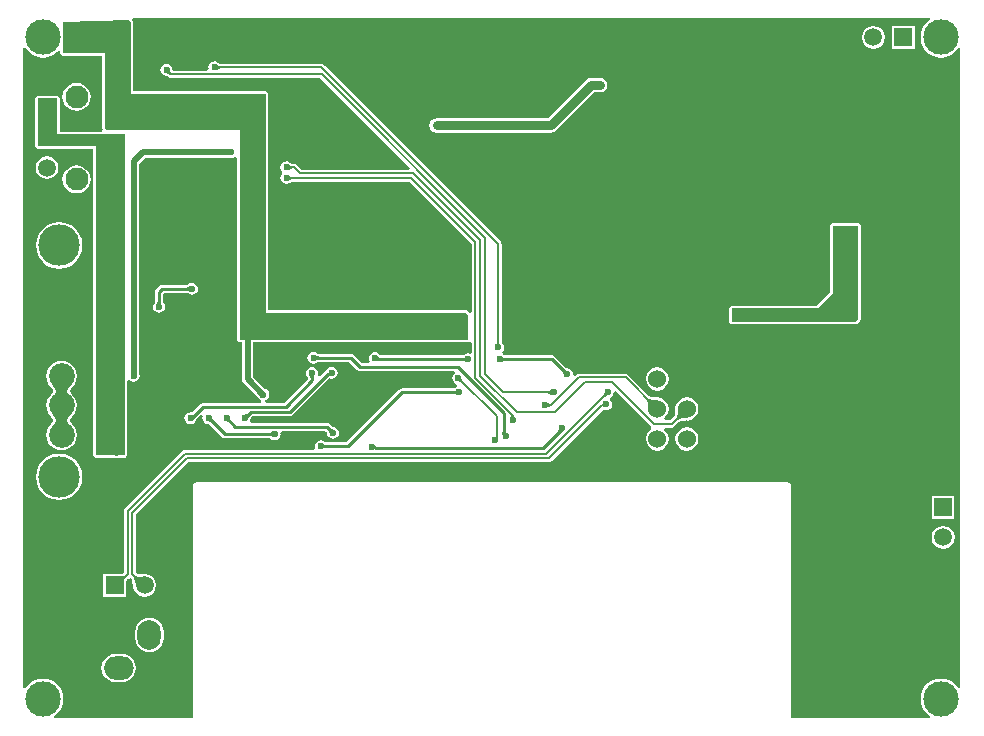
<source format=gbl>
G04*
G04 #@! TF.GenerationSoftware,Altium Limited,Altium Designer,20.2.6 (244)*
G04*
G04 Layer_Physical_Order=2*
G04 Layer_Color=16711680*
%FSLAX24Y24*%
%MOIN*%
G70*
G04*
G04 #@! TF.SameCoordinates,138FFB06-442B-41CF-B478-29EAC48853A1*
G04*
G04*
G04 #@! TF.FilePolarity,Positive*
G04*
G01*
G75*
%ADD10C,0.0079*%
%ADD14C,0.0100*%
%ADD68C,0.0197*%
%ADD69C,0.0315*%
%ADD71R,0.0598X0.0598*%
%ADD72C,0.0598*%
%ADD73R,0.0598X0.0598*%
%ADD74C,0.0768*%
%ADD75C,0.0591*%
%ADD76O,0.0787X0.0984*%
%ADD77O,0.0984X0.0787*%
%ADD78C,0.0600*%
%ADD79C,0.0856*%
%ADD80C,0.1382*%
%ADD81C,0.1181*%
%ADD82C,0.0236*%
G36*
X6593Y21911D02*
X6602Y21903D01*
X6611Y21897D01*
X6620Y21891D01*
X6630Y21886D01*
X6640Y21883D01*
X6650Y21879D01*
X6661Y21877D01*
X6671Y21876D01*
X6682Y21876D01*
Y21797D01*
X6671Y21796D01*
X6661Y21795D01*
X6650Y21793D01*
X6640Y21790D01*
X6630Y21786D01*
X6620Y21781D01*
X6611Y21776D01*
X6602Y21769D01*
X6593Y21762D01*
X6584Y21754D01*
Y21919D01*
X6593Y21911D01*
D02*
G37*
G36*
X5018Y21737D02*
X5019Y21725D01*
X5021Y21714D01*
X5024Y21704D01*
X5027Y21694D01*
X5032Y21684D01*
X5037Y21674D01*
X5043Y21666D01*
X5049Y21657D01*
X5057Y21649D01*
X5001Y21593D01*
X4993Y21601D01*
X4984Y21607D01*
X4976Y21613D01*
X4966Y21618D01*
X4956Y21623D01*
X4946Y21626D01*
X4936Y21629D01*
X4925Y21631D01*
X4913Y21632D01*
X4901Y21632D01*
X5018Y21749D01*
X5018Y21737D01*
D02*
G37*
G36*
X30360Y23445D02*
X30362Y23412D01*
X30231Y23312D01*
X30124Y23172D01*
X30057Y23009D01*
X30034Y22835D01*
X30057Y22660D01*
X30124Y22497D01*
X30231Y22357D01*
X30371Y22250D01*
X30534Y22183D01*
X30709Y22160D01*
X30883Y22183D01*
X31046Y22250D01*
X31186Y22357D01*
X31286Y22488D01*
X31319Y22486D01*
X31365Y22466D01*
Y1156D01*
X31319Y1136D01*
X31286Y1134D01*
X31186Y1265D01*
X31046Y1372D01*
X30883Y1439D01*
X30709Y1462D01*
X30534Y1439D01*
X30371Y1372D01*
X30231Y1265D01*
X30124Y1125D01*
X30057Y962D01*
X30034Y787D01*
X30057Y613D01*
X30124Y450D01*
X30231Y310D01*
X30362Y210D01*
X30360Y177D01*
X30340Y131D01*
X25722D01*
Y7827D01*
X25731Y7874D01*
X25721Y7924D01*
X25693Y7967D01*
X25650Y7995D01*
X25600Y8005D01*
X5906D01*
X5855Y7995D01*
X5813Y7967D01*
X5784Y7924D01*
X5774Y7874D01*
Y131D01*
X1156D01*
X1136Y177D01*
X1134Y210D01*
X1265Y310D01*
X1372Y450D01*
X1439Y613D01*
X1462Y787D01*
X1439Y962D01*
X1372Y1125D01*
X1265Y1265D01*
X1125Y1372D01*
X962Y1439D01*
X787Y1462D01*
X613Y1439D01*
X450Y1372D01*
X310Y1265D01*
X210Y1134D01*
X177Y1136D01*
X131Y1156D01*
Y22466D01*
X177Y22486D01*
X210Y22488D01*
X310Y22357D01*
X450Y22250D01*
X613Y22183D01*
X787Y22160D01*
X962Y22183D01*
X1125Y22250D01*
X1265Y22357D01*
X1290Y22390D01*
X1365Y22365D01*
Y22300D01*
X1390Y22240D01*
X1450Y22215D01*
X2765D01*
Y19800D01*
X2780Y19764D01*
X2748Y19700D01*
X2734Y19685D01*
X1335D01*
Y20800D01*
X1310Y20860D01*
X1250Y20885D01*
X600D01*
X540Y20860D01*
X515Y20800D01*
X515Y19200D01*
X540Y19140D01*
X600Y19115D01*
X2465Y19115D01*
X2465Y8900D01*
X2490Y8840D01*
X2550Y8815D01*
X3172Y8815D01*
X3200Y8809D01*
X3228Y8815D01*
X3500Y8815D01*
X3560Y8840D01*
X3585Y8900D01*
Y11375D01*
X3634Y11397D01*
X3664Y11404D01*
X3723Y11365D01*
X3800Y11349D01*
X3877Y11365D01*
X3942Y11408D01*
X3985Y11473D01*
X4001Y11550D01*
X3985Y11627D01*
X3981Y11634D01*
Y18625D01*
X4175Y18819D01*
X6966D01*
X6973Y18815D01*
X7050Y18799D01*
X7127Y18815D01*
X7186Y18854D01*
X7216Y18847D01*
X7265Y18825D01*
Y12750D01*
X7290Y12690D01*
X7350Y12665D01*
X7419D01*
Y11450D01*
X7433Y11381D01*
X7472Y11322D01*
X7938Y10857D01*
X7940Y10848D01*
X7983Y10783D01*
X8048Y10740D01*
X8052Y10739D01*
X8045Y10660D01*
X6129D01*
X6079Y10650D01*
X6036Y10622D01*
X5748Y10333D01*
X5700Y10343D01*
X5623Y10328D01*
X5558Y10284D01*
X5515Y10219D01*
X5499Y10142D01*
X5515Y10065D01*
X5558Y10000D01*
X5623Y9957D01*
X5700Y9941D01*
X5777Y9957D01*
X5842Y10000D01*
X5885Y10065D01*
X5895Y10112D01*
X5903Y10117D01*
X6051Y10265D01*
X6115Y10219D01*
X6099Y10142D01*
X6115Y10065D01*
X6158Y10000D01*
X6223Y9957D01*
X6287Y9944D01*
X6298Y9939D01*
X6303Y9939D01*
X6304Y9939D01*
X6305Y9938D01*
X6307Y9938D01*
X6309Y9937D01*
X6312Y9935D01*
X6316Y9933D01*
X6320Y9930D01*
X6325Y9926D01*
X6332Y9919D01*
X6341Y9916D01*
X6746Y9510D01*
X6789Y9482D01*
X6839Y9472D01*
X8311D01*
X8320Y9468D01*
X8329Y9468D01*
X8336Y9467D01*
X8341Y9466D01*
X8345Y9465D01*
X8348Y9464D01*
X8350Y9464D01*
X8352Y9463D01*
X8353Y9462D01*
X8354Y9461D01*
X8358Y9458D01*
X8370Y9454D01*
X8423Y9418D01*
X8500Y9402D01*
X8577Y9418D01*
X8642Y9461D01*
X8685Y9526D01*
X8701Y9603D01*
X8693Y9640D01*
X8747Y9719D01*
X10196D01*
X10224Y9691D01*
X10227Y9682D01*
X10234Y9675D01*
X10238Y9670D01*
X10241Y9666D01*
X10243Y9662D01*
X10245Y9659D01*
X10246Y9657D01*
X10246Y9655D01*
X10246Y9654D01*
X10247Y9653D01*
X10247Y9648D01*
X10252Y9637D01*
X10265Y9573D01*
X10308Y9508D01*
X10373Y9465D01*
X10450Y9449D01*
X10527Y9465D01*
X10592Y9508D01*
X10635Y9573D01*
X10651Y9650D01*
X10635Y9727D01*
X10592Y9792D01*
X10527Y9835D01*
X10463Y9848D01*
X10452Y9853D01*
X10447Y9853D01*
X10446Y9854D01*
X10445Y9854D01*
X10443Y9854D01*
X10441Y9855D01*
X10438Y9857D01*
X10434Y9859D01*
X10430Y9862D01*
X10425Y9866D01*
X10418Y9873D01*
X10409Y9876D01*
X10343Y9943D01*
X10300Y9971D01*
X10250Y9981D01*
X7724D01*
X7682Y10060D01*
X7685Y10066D01*
X7698Y10129D01*
X7703Y10141D01*
X7704Y10146D01*
X7704Y10147D01*
X7704Y10148D01*
X7705Y10150D01*
X7706Y10152D01*
X7707Y10155D01*
X7709Y10159D01*
X7713Y10163D01*
X7717Y10167D01*
X7723Y10174D01*
X7727Y10183D01*
X7762Y10219D01*
X9000D01*
X9050Y10229D01*
X9093Y10257D01*
X10309Y11474D01*
X10323Y11465D01*
X10400Y11449D01*
X10477Y11465D01*
X10542Y11508D01*
X10585Y11573D01*
X10601Y11650D01*
X10585Y11727D01*
X10542Y11792D01*
X10477Y11835D01*
X10400Y11851D01*
X10323Y11835D01*
X10258Y11792D01*
X10227Y11746D01*
X10224Y11745D01*
X10181Y11717D01*
X10003Y11538D01*
X9964Y11558D01*
X9938Y11585D01*
X9951Y11650D01*
X9935Y11727D01*
X9892Y11792D01*
X9827Y11835D01*
X9750Y11851D01*
X9673Y11835D01*
X9608Y11792D01*
X9565Y11727D01*
X9549Y11650D01*
X9565Y11573D01*
X9600Y11520D01*
X9605Y11508D01*
X9608Y11504D01*
X9609Y11503D01*
X9610Y11502D01*
X9610Y11500D01*
X9611Y11498D01*
X9612Y11495D01*
X9613Y11491D01*
X9614Y11486D01*
X9615Y11479D01*
X9615Y11470D01*
X9619Y11461D01*
Y11454D01*
X8824Y10660D01*
X8205D01*
X8198Y10739D01*
X8202Y10740D01*
X8267Y10783D01*
X8310Y10848D01*
X8326Y10925D01*
X8310Y11002D01*
X8267Y11067D01*
X8202Y11110D01*
X8193Y11112D01*
X7781Y11525D01*
Y12665D01*
X14950Y12665D01*
X15000Y12685D01*
X15078Y12655D01*
Y12338D01*
X15000Y12291D01*
X14950Y12301D01*
X14873Y12285D01*
X14820Y12250D01*
X14808Y12245D01*
X14804Y12242D01*
X14803Y12241D01*
X14802Y12240D01*
X14800Y12240D01*
X14798Y12239D01*
X14795Y12238D01*
X14791Y12237D01*
X14786Y12236D01*
X14779Y12235D01*
X14770Y12235D01*
X14761Y12231D01*
X12050D01*
X12042Y12235D01*
X12033Y12235D01*
X12029Y12236D01*
X11992Y12292D01*
X11927Y12335D01*
X11850Y12351D01*
X11773Y12335D01*
X11708Y12292D01*
X11665Y12227D01*
X11649Y12150D01*
X11665Y12073D01*
X11673Y12060D01*
X11631Y11981D01*
X11404D01*
X11143Y12243D01*
X11100Y12271D01*
X11050Y12281D01*
X9989D01*
X9980Y12285D01*
X9971Y12285D01*
X9964Y12286D01*
X9959Y12287D01*
X9955Y12288D01*
X9952Y12289D01*
X9950Y12290D01*
X9948Y12290D01*
X9947Y12291D01*
X9946Y12292D01*
X9942Y12295D01*
X9930Y12300D01*
X9877Y12335D01*
X9800Y12351D01*
X9723Y12335D01*
X9658Y12292D01*
X9615Y12227D01*
X9599Y12150D01*
X9615Y12073D01*
X9658Y12008D01*
X9723Y11965D01*
X9800Y11949D01*
X9877Y11965D01*
X9930Y12000D01*
X9942Y12005D01*
X9946Y12008D01*
X9947Y12009D01*
X9948Y12010D01*
X9950Y12010D01*
X9952Y12011D01*
X9955Y12012D01*
X9959Y12013D01*
X9964Y12014D01*
X9971Y12015D01*
X9980Y12015D01*
X9989Y12019D01*
X10996D01*
X11257Y11757D01*
X11300Y11729D01*
X11350Y11719D01*
X14494D01*
X14517Y11643D01*
X14515Y11638D01*
X14484Y11617D01*
X14440Y11552D01*
X14425Y11475D01*
X14440Y11399D01*
X14484Y11334D01*
X14549Y11290D01*
X14593Y11201D01*
X14588Y11188D01*
X14573Y11185D01*
X14519Y11150D01*
X14508Y11145D01*
X14504Y11142D01*
X14503Y11141D01*
X14502Y11140D01*
X14500Y11140D01*
X14498Y11139D01*
X14495Y11138D01*
X14491Y11137D01*
X14486Y11136D01*
X14479Y11135D01*
X14470Y11135D01*
X14461Y11131D01*
X12750D01*
X12700Y11121D01*
X12657Y11093D01*
X10896Y9331D01*
X10239D01*
X10230Y9335D01*
X10221Y9335D01*
X10214Y9336D01*
X10209Y9337D01*
X10205Y9338D01*
X10202Y9339D01*
X10200Y9340D01*
X10198Y9340D01*
X10197Y9341D01*
X10196Y9342D01*
X10192Y9345D01*
X10180Y9350D01*
X10127Y9385D01*
X10050Y9401D01*
X9973Y9385D01*
X9908Y9342D01*
X9865Y9277D01*
X9849Y9200D01*
X9858Y9157D01*
X9807Y9078D01*
X5507D01*
X5461Y9069D01*
X5422Y9043D01*
X3515Y7135D01*
X3489Y7096D01*
X3480Y7050D01*
X3480Y7050D01*
Y5001D01*
X3465Y4986D01*
X3456Y4983D01*
X3423Y4952D01*
X3416Y4946D01*
X3408Y4945D01*
X2795D01*
Y4189D01*
X3551D01*
Y4716D01*
X3552Y4717D01*
X3552Y4718D01*
X3552Y4719D01*
X3555Y4723D01*
X3559Y4730D01*
X3577Y4751D01*
X3588Y4763D01*
X3590Y4767D01*
X3594Y4770D01*
X3596Y4777D01*
X3616Y4796D01*
X3711Y4800D01*
X3724Y4793D01*
X3724Y4792D01*
X3732Y4783D01*
X3737Y4774D01*
X3743Y4762D01*
X3759Y4715D01*
X3766Y4689D01*
X3786Y4572D01*
X3791Y4526D01*
X3799Y4512D01*
X3817Y4419D01*
X3901Y4294D01*
X4026Y4211D01*
X4173Y4182D01*
X4321Y4211D01*
X4446Y4294D01*
X4529Y4419D01*
X4559Y4567D01*
X4529Y4714D01*
X4446Y4839D01*
X4321Y4923D01*
X4173Y4952D01*
X4139Y4946D01*
X4129Y4949D01*
X4048Y4942D01*
X4016Y4941D01*
X3988Y4943D01*
X3963Y4946D01*
X3942Y4950D01*
X3925Y4955D01*
X3913Y4960D01*
X3905Y4965D01*
X3894Y4974D01*
X3892Y4975D01*
X3891Y4976D01*
X3884Y4978D01*
X3878Y4984D01*
Y6935D01*
X5623Y8680D01*
X17650D01*
X17650Y8680D01*
X17696Y8689D01*
X17735Y8715D01*
X19450Y10430D01*
X19473Y10415D01*
X19550Y10399D01*
X19627Y10415D01*
X19692Y10458D01*
X19735Y10523D01*
X19751Y10600D01*
X19735Y10677D01*
X19692Y10742D01*
X19691Y10748D01*
X19701Y10831D01*
X19742Y10858D01*
X19785Y10923D01*
X19801Y11000D01*
X19796Y11022D01*
X19869Y11061D01*
X21065Y9865D01*
X21065Y9865D01*
X21063Y9773D01*
X20987Y9722D01*
X20903Y9597D01*
X20874Y9449D01*
X20903Y9301D01*
X20987Y9176D01*
X21112Y9092D01*
X21260Y9063D01*
X21408Y9092D01*
X21533Y9176D01*
X21617Y9301D01*
X21646Y9449D01*
X21617Y9597D01*
X21533Y9722D01*
X21490Y9751D01*
X21513Y9830D01*
X21745D01*
X21745Y9830D01*
X21791Y9839D01*
X21830Y9865D01*
X21981Y10016D01*
X21989Y10018D01*
X22000Y10027D01*
X22008Y10032D01*
X22022Y10038D01*
X22040Y10045D01*
X22063Y10050D01*
X22088Y10055D01*
X22199Y10063D01*
X22239Y10064D01*
X22244Y10063D01*
X22392Y10092D01*
X22517Y10176D01*
X22601Y10301D01*
X22630Y10449D01*
X22601Y10597D01*
X22517Y10722D01*
X22392Y10806D01*
X22244Y10835D01*
X22096Y10806D01*
X21971Y10722D01*
X21887Y10597D01*
X21858Y10449D01*
X21859Y10444D01*
X21859Y10402D01*
X21854Y10326D01*
X21851Y10295D01*
X21846Y10268D01*
X21840Y10245D01*
X21834Y10227D01*
X21828Y10213D01*
X21822Y10204D01*
X21813Y10194D01*
X21811Y10186D01*
X21695Y10070D01*
X21517D01*
X21493Y10149D01*
X21533Y10176D01*
X21617Y10301D01*
X21646Y10449D01*
X21617Y10597D01*
X21533Y10722D01*
X21408Y10806D01*
X21260Y10835D01*
X21255Y10834D01*
X21213Y10834D01*
X21137Y10839D01*
X21106Y10842D01*
X21079Y10847D01*
X21056Y10853D01*
X21038Y10859D01*
X21024Y10865D01*
X21015Y10871D01*
X21005Y10879D01*
X20997Y10882D01*
X20294Y11585D01*
X20255Y11611D01*
X20209Y11620D01*
X20209Y11620D01*
X18634D01*
X18588Y11611D01*
X18549Y11585D01*
X18549Y11585D01*
X18523Y11559D01*
X18450Y11598D01*
X18451Y11600D01*
X18435Y11677D01*
X18392Y11742D01*
X18327Y11785D01*
X18263Y11798D01*
X18252Y11803D01*
X18247Y11803D01*
X18246Y11804D01*
X18245Y11804D01*
X18243Y11804D01*
X18241Y11805D01*
X18238Y11807D01*
X18234Y11809D01*
X18230Y11812D01*
X18225Y11816D01*
X18218Y11823D01*
X18209Y11826D01*
X17843Y12193D01*
X17800Y12221D01*
X17750Y12231D01*
X16189D01*
X16180Y12235D01*
X16171Y12235D01*
X16164Y12236D01*
X16159Y12237D01*
X16155Y12238D01*
X16152Y12239D01*
X16150Y12240D01*
X16148Y12240D01*
X16147Y12241D01*
X16146Y12242D01*
X16142Y12245D01*
X16130Y12250D01*
X16101Y12269D01*
X16091Y12352D01*
X16092Y12358D01*
X16135Y12423D01*
X16151Y12500D01*
X16135Y12577D01*
X16099Y12632D01*
X16094Y12643D01*
X16088Y12650D01*
X16085Y12654D01*
X16082Y12658D01*
X16080Y12661D01*
X16078Y12665D01*
X16077Y12668D01*
X16076Y12671D01*
X16075Y12674D01*
X16075Y12678D01*
X16075Y12686D01*
X16070Y12694D01*
Y15950D01*
X16061Y15996D01*
X16035Y16035D01*
X10149Y21921D01*
X10110Y21947D01*
X10064Y21957D01*
X10064Y21957D01*
X6694D01*
X6686Y21961D01*
X6678Y21961D01*
X6674Y21962D01*
X6671Y21962D01*
X6668Y21963D01*
X6665Y21964D01*
X6661Y21966D01*
X6658Y21968D01*
X6654Y21971D01*
X6650Y21974D01*
X6643Y21981D01*
X6632Y21985D01*
X6577Y22022D01*
X6500Y22037D01*
X6423Y22022D01*
X6358Y21978D01*
X6315Y21913D01*
X6299Y21836D01*
X6307Y21799D01*
X6253Y21720D01*
X5109D01*
X5108Y21721D01*
X5107Y21724D01*
X5106Y21728D01*
X5105Y21732D01*
X5104Y21737D01*
X5104Y21742D01*
X5103Y21751D01*
X5098Y21762D01*
X5085Y21827D01*
X5042Y21892D01*
X4977Y21935D01*
X4900Y21951D01*
X4823Y21935D01*
X4758Y21892D01*
X4715Y21827D01*
X4699Y21750D01*
X4715Y21673D01*
X4758Y21608D01*
X4823Y21565D01*
X4888Y21552D01*
X4899Y21547D01*
X4908Y21546D01*
X4914Y21546D01*
X4918Y21545D01*
X4922Y21544D01*
X4926Y21543D01*
X4929Y21542D01*
X4932Y21540D01*
X4935Y21538D01*
X4938Y21536D01*
X4943Y21531D01*
X4952Y21527D01*
X4965Y21515D01*
X5004Y21489D01*
X5050Y21480D01*
X5050Y21480D01*
X10027D01*
X13014Y18493D01*
X12984Y18420D01*
X9400D01*
X9235Y18585D01*
X9196Y18611D01*
X9150Y18620D01*
X9150Y18620D01*
X9094D01*
X9086Y18625D01*
X9078Y18625D01*
X9074Y18625D01*
X9071Y18626D01*
X9068Y18627D01*
X9065Y18628D01*
X9061Y18630D01*
X9058Y18632D01*
X9054Y18635D01*
X9050Y18638D01*
X9043Y18644D01*
X9032Y18649D01*
X8977Y18685D01*
X8900Y18701D01*
X8823Y18685D01*
X8758Y18642D01*
X8715Y18577D01*
X8699Y18500D01*
X8715Y18423D01*
X8758Y18358D01*
Y18292D01*
X8715Y18227D01*
X8699Y18150D01*
X8715Y18073D01*
X8758Y18008D01*
X8823Y17965D01*
X8900Y17949D01*
X8977Y17965D01*
X9018Y17992D01*
X9034Y17997D01*
X9041Y18003D01*
X9046Y18007D01*
X9051Y18010D01*
X9055Y18012D01*
X9059Y18014D01*
X9063Y18015D01*
X9067Y18016D01*
X9071Y18017D01*
X9075Y18018D01*
X9082Y18018D01*
X9091Y18022D01*
X13016D01*
X15079Y15959D01*
Y13686D01*
X15048Y13671D01*
X15000Y13662D01*
X14952Y13710D01*
X14892Y13735D01*
X8285Y13735D01*
X8285Y20950D01*
X8260Y21010D01*
X8200Y21035D01*
X3785Y21035D01*
X3785Y21900D01*
Y22350D01*
Y23344D01*
X3785Y23344D01*
X3785Y23345D01*
X3773Y23374D01*
X3760Y23404D01*
X3760Y23404D01*
X3760Y23405D01*
X3752Y23412D01*
X3784Y23491D01*
X30340D01*
X30360Y23445D01*
D02*
G37*
G36*
X8993Y18574D02*
X9002Y18567D01*
X9011Y18561D01*
X9020Y18555D01*
X9030Y18550D01*
X9040Y18546D01*
X9050Y18543D01*
X9061Y18541D01*
X9071Y18540D01*
X9082Y18539D01*
Y18461D01*
X9071Y18460D01*
X9061Y18459D01*
X9050Y18457D01*
X9040Y18454D01*
X9030Y18450D01*
X9020Y18445D01*
X9011Y18439D01*
X9002Y18433D01*
X8993Y18426D01*
X8984Y18417D01*
Y18583D01*
X8993Y18574D01*
D02*
G37*
G36*
X8997Y18219D02*
X9006Y18211D01*
X9014Y18204D01*
X9023Y18198D01*
X9033Y18193D01*
X9042Y18189D01*
X9052Y18186D01*
X9063Y18184D01*
X9074Y18182D01*
X9085Y18182D01*
X9079Y18103D01*
X9068Y18103D01*
X9058Y18102D01*
X9047Y18099D01*
X9037Y18097D01*
X9027Y18093D01*
X9017Y18088D01*
X9007Y18083D01*
X8998Y18077D01*
X8988Y18070D01*
X8979Y18062D01*
X8989Y18227D01*
X8997Y18219D01*
D02*
G37*
G36*
X3700Y23344D02*
Y22350D01*
Y21900D01*
X3700Y20950D01*
X8200Y20950D01*
X8200Y13650D01*
X14892Y13650D01*
X14950Y13592D01*
X14950Y12750D01*
X7350Y12750D01*
Y19750D01*
X2900D01*
X2850Y19800D01*
Y22300D01*
X1450D01*
Y22740D01*
X1462Y22835D01*
X1450Y22929D01*
Y23350D01*
X3644Y23399D01*
X3700Y23344D01*
D02*
G37*
G36*
X15990Y12671D02*
X15991Y12661D01*
X15993Y12650D01*
X15996Y12640D01*
X16000Y12630D01*
X16005Y12620D01*
X16011Y12611D01*
X16017Y12602D01*
X16024Y12593D01*
X16033Y12584D01*
X15867D01*
X15876Y12593D01*
X15883Y12602D01*
X15889Y12611D01*
X15895Y12620D01*
X15900Y12630D01*
X15904Y12640D01*
X15907Y12650D01*
X15909Y12661D01*
X15910Y12671D01*
X15911Y12682D01*
X15989D01*
X15990Y12671D01*
D02*
G37*
G36*
X9891Y12226D02*
X9898Y12221D01*
X9906Y12216D01*
X9915Y12212D01*
X9924Y12208D01*
X9933Y12205D01*
X9944Y12203D01*
X9954Y12201D01*
X9966Y12200D01*
X9978Y12200D01*
Y12100D01*
X9966Y12100D01*
X9954Y12099D01*
X9944Y12097D01*
X9933Y12095D01*
X9924Y12092D01*
X9915Y12088D01*
X9906Y12084D01*
X9898Y12079D01*
X9891Y12074D01*
X9884Y12067D01*
Y12233D01*
X9891Y12226D01*
D02*
G37*
G36*
X11965Y12182D02*
X11969Y12175D01*
X11974Y12169D01*
X11980Y12164D01*
X11988Y12160D01*
X11996Y12156D01*
X12005Y12154D01*
X12015Y12152D01*
X12027Y12150D01*
X12039Y12150D01*
X11984Y12050D01*
X11971Y12050D01*
X11920Y12046D01*
X11912Y12045D01*
X11898Y12042D01*
X11893Y12040D01*
X11961Y12189D01*
X11965Y12182D01*
D02*
G37*
G36*
X16091Y12176D02*
X16098Y12171D01*
X16106Y12166D01*
X16115Y12162D01*
X16124Y12158D01*
X16133Y12155D01*
X16144Y12153D01*
X16154Y12151D01*
X16166Y12150D01*
X16178Y12150D01*
Y12050D01*
X16166Y12050D01*
X16154Y12049D01*
X16144Y12047D01*
X16133Y12045D01*
X16124Y12042D01*
X16115Y12038D01*
X16106Y12034D01*
X16098Y12029D01*
X16091Y12024D01*
X16084Y12017D01*
Y12183D01*
X16091Y12176D01*
D02*
G37*
G36*
X14866Y12017D02*
X14859Y12024D01*
X14852Y12029D01*
X14844Y12034D01*
X14835Y12038D01*
X14826Y12042D01*
X14817Y12045D01*
X14806Y12047D01*
X14796Y12049D01*
X14784Y12050D01*
X14772Y12050D01*
Y12150D01*
X14784Y12150D01*
X14796Y12151D01*
X14806Y12153D01*
X14817Y12155D01*
X14826Y12158D01*
X14835Y12162D01*
X14844Y12166D01*
X14852Y12171D01*
X14859Y12176D01*
X14866Y12183D01*
Y12017D01*
D02*
G37*
G36*
X18168Y11753D02*
X18177Y11745D01*
X18186Y11739D01*
X18195Y11733D01*
X18204Y11729D01*
X18213Y11725D01*
X18222Y11722D01*
X18231Y11720D01*
X18240Y11718D01*
X18249Y11718D01*
X18132Y11601D01*
X18132Y11610D01*
X18130Y11619D01*
X18128Y11628D01*
X18125Y11637D01*
X18121Y11646D01*
X18117Y11655D01*
X18111Y11664D01*
X18105Y11673D01*
X18097Y11682D01*
X18089Y11690D01*
X18160Y11761D01*
X18168Y11753D01*
D02*
G37*
G36*
X9826Y11559D02*
X9821Y11552D01*
X9816Y11544D01*
X9812Y11535D01*
X9808Y11526D01*
X9805Y11517D01*
X9803Y11506D01*
X9801Y11496D01*
X9800Y11484D01*
X9800Y11472D01*
X9700D01*
X9700Y11484D01*
X9699Y11496D01*
X9697Y11506D01*
X9695Y11517D01*
X9692Y11526D01*
X9688Y11535D01*
X9684Y11544D01*
X9679Y11552D01*
X9674Y11559D01*
X9667Y11566D01*
X9833D01*
X9826Y11559D01*
D02*
G37*
G36*
X14744Y11462D02*
X14745Y11451D01*
X14747Y11440D01*
X14749Y11429D01*
X14753Y11419D01*
X14757Y11409D01*
X14762Y11400D01*
X14768Y11391D01*
X14775Y11382D01*
X14782Y11374D01*
X14726Y11319D01*
X14718Y11326D01*
X14710Y11333D01*
X14701Y11339D01*
X14692Y11344D01*
X14682Y11348D01*
X14672Y11351D01*
X14661Y11354D01*
X14650Y11356D01*
X14639Y11357D01*
X14627Y11357D01*
X14744Y11474D01*
X14744Y11462D01*
D02*
G37*
G36*
X17716Y10917D02*
X17707Y10926D01*
X17698Y10933D01*
X17689Y10939D01*
X17680Y10945D01*
X17670Y10950D01*
X17660Y10954D01*
X17650Y10957D01*
X17639Y10959D01*
X17629Y10960D01*
X17618Y10961D01*
Y11039D01*
X17629Y11040D01*
X17639Y11041D01*
X17650Y11043D01*
X17660Y11046D01*
X17670Y11050D01*
X17680Y11055D01*
X17689Y11061D01*
X17698Y11067D01*
X17707Y11074D01*
X17716Y11083D01*
Y10917D01*
D02*
G37*
G36*
X14566D02*
X14559Y10924D01*
X14552Y10929D01*
X14544Y10934D01*
X14535Y10938D01*
X14526Y10942D01*
X14517Y10945D01*
X14506Y10947D01*
X14496Y10949D01*
X14484Y10950D01*
X14472Y10950D01*
Y11050D01*
X14484Y11050D01*
X14496Y11051D01*
X14506Y11053D01*
X14517Y11055D01*
X14526Y11058D01*
X14535Y11062D01*
X14544Y11066D01*
X14552Y11071D01*
X14559Y11076D01*
X14566Y11083D01*
Y10917D01*
D02*
G37*
G36*
X19599Y10882D02*
X19587Y10882D01*
X19575Y10881D01*
X19564Y10879D01*
X19554Y10876D01*
X19544Y10873D01*
X19534Y10868D01*
X19524Y10863D01*
X19516Y10857D01*
X19507Y10851D01*
X19499Y10843D01*
X19443Y10899D01*
X19451Y10907D01*
X19457Y10916D01*
X19463Y10924D01*
X19468Y10934D01*
X19473Y10944D01*
X19476Y10954D01*
X19479Y10964D01*
X19481Y10975D01*
X19482Y10987D01*
X19482Y10999D01*
X19599Y10882D01*
D02*
G37*
G36*
X17622Y10643D02*
X17629Y10637D01*
X17637Y10632D01*
X17645Y10627D01*
X17654Y10623D01*
X17664Y10620D01*
X17674Y10617D01*
X17684Y10615D01*
X17696Y10614D01*
X17708Y10614D01*
Y10535D01*
X17696Y10535D01*
X17684Y10534D01*
X17674Y10532D01*
X17664Y10529D01*
X17654Y10526D01*
X17645Y10522D01*
X17637Y10517D01*
X17629Y10512D01*
X17622Y10506D01*
X17616Y10499D01*
Y10650D01*
X17622Y10643D01*
D02*
G37*
G36*
X20965Y10801D02*
X20984Y10790D01*
X21006Y10780D01*
X21032Y10771D01*
X21061Y10764D01*
X21093Y10758D01*
X21129Y10754D01*
X21211Y10749D01*
X21257Y10749D01*
X20960Y10452D01*
X20960Y10498D01*
X20951Y10616D01*
X20945Y10648D01*
X20937Y10677D01*
X20929Y10702D01*
X20919Y10725D01*
X20907Y10743D01*
X20894Y10759D01*
X20950Y10814D01*
X20965Y10801D01*
D02*
G37*
G36*
X7661Y10233D02*
X7653Y10224D01*
X7646Y10216D01*
X7639Y10207D01*
X7633Y10198D01*
X7629Y10189D01*
X7625Y10180D01*
X7622Y10171D01*
X7620Y10162D01*
X7618Y10153D01*
X7618Y10144D01*
X7501Y10261D01*
X7510Y10261D01*
X7519Y10262D01*
X7528Y10264D01*
X7537Y10267D01*
X7546Y10271D01*
X7555Y10276D01*
X7564Y10282D01*
X7573Y10288D01*
X7582Y10295D01*
X7590Y10304D01*
X7661Y10233D01*
D02*
G37*
G36*
X16466Y10243D02*
X16467Y10232D01*
X16469Y10222D01*
X16473Y10212D01*
X16477Y10204D01*
X16483Y10195D01*
X16489Y10188D01*
X16497Y10180D01*
X16505Y10174D01*
X16514Y10168D01*
X16354Y10126D01*
X16360Y10137D01*
X16371Y10158D01*
X16375Y10169D01*
X16378Y10179D01*
X16381Y10190D01*
X16383Y10200D01*
X16385Y10211D01*
X16386Y10221D01*
X16386Y10232D01*
X16465Y10254D01*
X16466Y10243D01*
D02*
G37*
G36*
X22241Y10149D02*
X22195Y10149D01*
X22077Y10140D01*
X22045Y10134D01*
X22016Y10126D01*
X21990Y10118D01*
X21968Y10108D01*
X21950Y10096D01*
X21934Y10083D01*
X21879Y10139D01*
X21892Y10154D01*
X21903Y10173D01*
X21913Y10195D01*
X21922Y10221D01*
X21929Y10250D01*
X21935Y10282D01*
X21939Y10318D01*
X21944Y10400D01*
X21944Y10446D01*
X22241Y10149D01*
D02*
G37*
G36*
X7018Y10132D02*
X7020Y10123D01*
X7022Y10114D01*
X7025Y10105D01*
X7029Y10096D01*
X7033Y10087D01*
X7039Y10078D01*
X7046Y10069D01*
X7053Y10061D01*
X7061Y10052D01*
X6990Y9981D01*
X6982Y9989D01*
X6973Y9997D01*
X6964Y10003D01*
X6955Y10009D01*
X6946Y10014D01*
X6937Y10017D01*
X6928Y10020D01*
X6919Y10023D01*
X6910Y10024D01*
X6901Y10024D01*
X7018Y10141D01*
X7018Y10132D01*
D02*
G37*
G36*
X6418D02*
X6420Y10123D01*
X6422Y10114D01*
X6425Y10105D01*
X6429Y10096D01*
X6433Y10087D01*
X6439Y10078D01*
X6446Y10069D01*
X6453Y10061D01*
X6461Y10052D01*
X6390Y9981D01*
X6382Y9989D01*
X6373Y9997D01*
X6364Y10003D01*
X6355Y10009D01*
X6346Y10014D01*
X6337Y10017D01*
X6328Y10020D01*
X6319Y10023D01*
X6310Y10024D01*
X6301Y10024D01*
X6418Y10141D01*
X6418Y10132D01*
D02*
G37*
G36*
X10368Y9803D02*
X10377Y9795D01*
X10386Y9789D01*
X10395Y9783D01*
X10404Y9779D01*
X10413Y9775D01*
X10422Y9772D01*
X10431Y9770D01*
X10440Y9768D01*
X10449Y9768D01*
X10332Y9651D01*
X10332Y9660D01*
X10330Y9669D01*
X10328Y9678D01*
X10325Y9687D01*
X10321Y9696D01*
X10317Y9705D01*
X10311Y9714D01*
X10305Y9723D01*
X10297Y9732D01*
X10289Y9740D01*
X10360Y9811D01*
X10368Y9803D01*
D02*
G37*
G36*
X18106Y9701D02*
X18097Y9699D01*
X18089Y9696D01*
X18080Y9693D01*
X18072Y9689D01*
X18063Y9684D01*
X18055Y9679D01*
X18046Y9672D01*
X18029Y9658D01*
X18020Y9649D01*
X17933Y9704D01*
X17941Y9713D01*
X17949Y9721D01*
X17955Y9730D01*
X17960Y9739D01*
X17964Y9748D01*
X17967Y9757D01*
X17969Y9765D01*
X17969Y9774D01*
X17969Y9783D01*
X17968Y9792D01*
X18106Y9701D01*
D02*
G37*
G36*
X16200Y9726D02*
X16202Y9715D01*
X16203Y9705D01*
X16206Y9696D01*
X16210Y9688D01*
X16214Y9681D01*
X16219Y9675D01*
X16225Y9671D01*
X16231Y9667D01*
X16238Y9664D01*
X16097Y9587D01*
X16097Y9590D01*
X16098Y9595D01*
X16099Y9626D01*
X16100Y9723D01*
X16200Y9739D01*
X16200Y9726D01*
D02*
G37*
G36*
X8416Y9520D02*
X8409Y9527D01*
X8402Y9532D01*
X8394Y9537D01*
X8385Y9541D01*
X8376Y9545D01*
X8367Y9548D01*
X8356Y9550D01*
X8346Y9552D01*
X8334Y9553D01*
X8322Y9553D01*
Y9653D01*
X8334Y9653D01*
X8346Y9654D01*
X8356Y9656D01*
X8367Y9658D01*
X8376Y9661D01*
X8385Y9665D01*
X8394Y9669D01*
X8402Y9674D01*
X8409Y9680D01*
X8416Y9686D01*
Y9520D01*
D02*
G37*
G36*
X10141Y9276D02*
X10148Y9271D01*
X10156Y9266D01*
X10165Y9262D01*
X10174Y9258D01*
X10183Y9255D01*
X10194Y9253D01*
X10204Y9251D01*
X10216Y9250D01*
X10228Y9250D01*
Y9150D01*
X10216Y9150D01*
X10204Y9149D01*
X10194Y9147D01*
X10183Y9145D01*
X10174Y9142D01*
X10165Y9138D01*
X10156Y9134D01*
X10148Y9129D01*
X10141Y9124D01*
X10134Y9117D01*
Y9283D01*
X10141Y9276D01*
D02*
G37*
G36*
X1250Y19600D02*
X3500D01*
Y8900D01*
X2550Y8900D01*
X2550Y19200D01*
X600Y19200D01*
X600Y20800D01*
X1250D01*
Y19600D01*
D02*
G37*
G36*
X3527Y4822D02*
X3513Y4808D01*
X3491Y4781D01*
X3483Y4769D01*
X3476Y4757D01*
X3471Y4747D01*
X3468Y4737D01*
X3467Y4727D01*
X3468Y4719D01*
X3470Y4711D01*
X3403Y4864D01*
X3407Y4857D01*
X3413Y4854D01*
X3420Y4853D01*
X3429Y4855D01*
X3439Y4859D01*
X3451Y4866D01*
X3464Y4876D01*
X3479Y4888D01*
X3514Y4921D01*
X3527Y4822D01*
D02*
G37*
G36*
X3855Y4896D02*
X3874Y4884D01*
X3896Y4874D01*
X3921Y4867D01*
X3950Y4861D01*
X3981Y4858D01*
X4015Y4856D01*
X4053Y4857D01*
X4136Y4864D01*
X3876Y4536D01*
X3870Y4584D01*
X3849Y4706D01*
X3841Y4739D01*
X3822Y4794D01*
X3812Y4815D01*
X3801Y4833D01*
X3789Y4847D01*
X3839Y4909D01*
X3855Y4896D01*
D02*
G37*
%LPC*%
G36*
X29843Y23213D02*
X29087D01*
Y22457D01*
X29843D01*
Y23213D01*
D02*
G37*
G36*
X28465Y23220D02*
X28317Y23191D01*
X28192Y23107D01*
X28109Y22982D01*
X28079Y22835D01*
X28109Y22687D01*
X28192Y22562D01*
X28317Y22479D01*
X28465Y22449D01*
X28612Y22479D01*
X28737Y22562D01*
X28821Y22687D01*
X28850Y22835D01*
X28821Y22982D01*
X28737Y23107D01*
X28612Y23191D01*
X28465Y23220D01*
D02*
G37*
G36*
X1900Y21323D02*
X1779Y21307D01*
X1667Y21260D01*
X1570Y21186D01*
X1496Y21089D01*
X1449Y20977D01*
X1433Y20856D01*
X1449Y20735D01*
X1496Y20623D01*
X1570Y20526D01*
X1667Y20452D01*
X1779Y20405D01*
X1900Y20389D01*
X2021Y20405D01*
X2133Y20452D01*
X2230Y20526D01*
X2304Y20623D01*
X2351Y20735D01*
X2367Y20856D01*
X2351Y20977D01*
X2304Y21089D01*
X2230Y21186D01*
X2133Y21260D01*
X2021Y21307D01*
X1900Y21323D01*
D02*
G37*
G36*
X19350Y21491D02*
X19050D01*
X18958Y21473D01*
X18880Y21420D01*
X17600Y20141D01*
X13900D01*
X13808Y20123D01*
X13730Y20070D01*
X13677Y19992D01*
X13659Y19900D01*
X13677Y19808D01*
X13730Y19730D01*
X13808Y19677D01*
X13900Y19659D01*
X17700D01*
X17792Y19677D01*
X17870Y19730D01*
X19150Y21009D01*
X19350D01*
X19442Y21027D01*
X19520Y21080D01*
X19573Y21158D01*
X19591Y21250D01*
X19573Y21342D01*
X19520Y21420D01*
X19442Y21473D01*
X19350Y21491D01*
D02*
G37*
G36*
X916Y18875D02*
X770Y18846D01*
X646Y18763D01*
X563Y18640D01*
X534Y18494D01*
X563Y18348D01*
X646Y18224D01*
X770Y18141D01*
X916Y18112D01*
X1062Y18141D01*
X1185Y18224D01*
X1268Y18348D01*
X1297Y18494D01*
X1268Y18640D01*
X1185Y18763D01*
X1062Y18846D01*
X916Y18875D01*
D02*
G37*
G36*
X1900Y18567D02*
X1779Y18551D01*
X1667Y18504D01*
X1570Y18430D01*
X1496Y18333D01*
X1449Y18221D01*
X1433Y18100D01*
X1449Y17979D01*
X1496Y17867D01*
X1570Y17770D01*
X1667Y17696D01*
X1779Y17649D01*
X1900Y17633D01*
X2021Y17649D01*
X2133Y17696D01*
X2230Y17770D01*
X2304Y17867D01*
X2351Y17979D01*
X2367Y18100D01*
X2351Y18221D01*
X2304Y18333D01*
X2230Y18430D01*
X2133Y18504D01*
X2021Y18551D01*
X1900Y18567D01*
D02*
G37*
G36*
X1321Y16677D02*
X1120Y16650D01*
X933Y16573D01*
X772Y16449D01*
X649Y16289D01*
X571Y16101D01*
X545Y15900D01*
X571Y15699D01*
X649Y15512D01*
X772Y15351D01*
X933Y15228D01*
X1120Y15151D01*
X1321Y15124D01*
X1522Y15151D01*
X1709Y15228D01*
X1870Y15351D01*
X1994Y15512D01*
X2071Y15699D01*
X2098Y15900D01*
X2071Y16101D01*
X1994Y16289D01*
X1870Y16449D01*
X1709Y16573D01*
X1522Y16650D01*
X1321Y16677D01*
D02*
G37*
G36*
X5750Y14651D02*
X5673Y14635D01*
X5620Y14600D01*
X5608Y14595D01*
X5604Y14592D01*
X5603Y14591D01*
X5602Y14590D01*
X5600Y14590D01*
X5598Y14589D01*
X5595Y14588D01*
X5591Y14587D01*
X5586Y14586D01*
X5579Y14585D01*
X5570Y14585D01*
X5561Y14581D01*
X4750D01*
X4700Y14571D01*
X4657Y14543D01*
X4557Y14443D01*
X4529Y14400D01*
X4519Y14350D01*
Y14039D01*
X4515Y14030D01*
X4515Y14021D01*
X4514Y14014D01*
X4513Y14009D01*
X4512Y14005D01*
X4511Y14002D01*
X4510Y14000D01*
X4510Y13998D01*
X4509Y13997D01*
X4508Y13996D01*
X4505Y13992D01*
X4500Y13980D01*
X4465Y13927D01*
X4449Y13850D01*
X4465Y13773D01*
X4508Y13708D01*
X4573Y13665D01*
X4650Y13649D01*
X4727Y13665D01*
X4792Y13708D01*
X4835Y13773D01*
X4851Y13850D01*
X4835Y13927D01*
X4800Y13980D01*
X4795Y13992D01*
X4792Y13996D01*
X4791Y13997D01*
X4790Y13998D01*
X4790Y14000D01*
X4789Y14002D01*
X4788Y14005D01*
X4787Y14009D01*
X4786Y14014D01*
X4785Y14021D01*
X4785Y14030D01*
X4781Y14039D01*
Y14296D01*
X4804Y14319D01*
X5561D01*
X5570Y14315D01*
X5579Y14315D01*
X5586Y14314D01*
X5591Y14313D01*
X5595Y14312D01*
X5598Y14311D01*
X5600Y14310D01*
X5602Y14310D01*
X5603Y14309D01*
X5604Y14308D01*
X5608Y14305D01*
X5620Y14300D01*
X5673Y14265D01*
X5750Y14249D01*
X5827Y14265D01*
X5892Y14308D01*
X5935Y14373D01*
X5951Y14450D01*
X5935Y14527D01*
X5892Y14592D01*
X5827Y14635D01*
X5750Y14651D01*
D02*
G37*
G36*
X27100Y16635D02*
X27040Y16610D01*
X27015Y16550D01*
X27015Y14335D01*
X26565Y13885D01*
X23750D01*
X23690Y13860D01*
X23665Y13800D01*
Y13350D01*
X23690Y13290D01*
X23750Y13265D01*
X27850Y13265D01*
X27910Y13290D01*
X28010Y13390D01*
X28035Y13450D01*
X28035Y16550D01*
X28010Y16610D01*
X27950Y16635D01*
X27100Y16635D01*
D02*
G37*
G36*
X21260Y11835D02*
X21112Y11806D01*
X20987Y11722D01*
X20903Y11597D01*
X20874Y11449D01*
X20903Y11301D01*
X20987Y11176D01*
X21112Y11092D01*
X21260Y11063D01*
X21408Y11092D01*
X21533Y11176D01*
X21617Y11301D01*
X21646Y11449D01*
X21617Y11597D01*
X21533Y11722D01*
X21408Y11806D01*
X21260Y11835D01*
D02*
G37*
G36*
X1400Y12061D02*
X1268Y12044D01*
X1144Y11993D01*
X1038Y11912D01*
X957Y11806D01*
X906Y11682D01*
X889Y11550D01*
X906Y11418D01*
X957Y11294D01*
X1036Y11192D01*
X1038Y11186D01*
X1063Y11160D01*
X1083Y11135D01*
X1100Y11109D01*
X1115Y11083D01*
X1127Y11058D01*
X1115Y11033D01*
X1100Y11006D01*
X1083Y10981D01*
X1063Y10956D01*
X1038Y10930D01*
X1036Y10924D01*
X957Y10821D01*
X906Y10698D01*
X889Y10566D01*
X906Y10433D01*
X957Y10310D01*
X1036Y10207D01*
X1038Y10201D01*
X1063Y10175D01*
X1083Y10151D01*
X1100Y10125D01*
X1115Y10098D01*
X1127Y10074D01*
X1115Y10049D01*
X1100Y10022D01*
X1083Y9997D01*
X1063Y9972D01*
X1038Y9946D01*
X1036Y9940D01*
X957Y9837D01*
X906Y9714D01*
X889Y9582D01*
X906Y9449D01*
X957Y9326D01*
X1038Y9220D01*
X1144Y9139D01*
X1268Y9088D01*
X1400Y9070D01*
X1532Y9088D01*
X1656Y9139D01*
X1762Y9220D01*
X1843Y9326D01*
X1894Y9449D01*
X1911Y9582D01*
X1894Y9714D01*
X1843Y9837D01*
X1764Y9940D01*
X1762Y9946D01*
X1737Y9972D01*
X1717Y9997D01*
X1700Y10022D01*
X1685Y10049D01*
X1673Y10074D01*
X1685Y10098D01*
X1700Y10125D01*
X1717Y10151D01*
X1737Y10175D01*
X1762Y10201D01*
X1764Y10207D01*
X1843Y10310D01*
X1894Y10433D01*
X1911Y10566D01*
X1894Y10698D01*
X1843Y10821D01*
X1764Y10924D01*
X1762Y10930D01*
X1737Y10956D01*
X1717Y10981D01*
X1700Y11006D01*
X1685Y11033D01*
X1673Y11058D01*
X1685Y11083D01*
X1700Y11109D01*
X1717Y11135D01*
X1737Y11160D01*
X1762Y11186D01*
X1764Y11192D01*
X1843Y11294D01*
X1894Y11418D01*
X1911Y11550D01*
X1894Y11682D01*
X1843Y11806D01*
X1762Y11912D01*
X1656Y11993D01*
X1532Y12044D01*
X1400Y12061D01*
D02*
G37*
G36*
X22244Y9835D02*
X22096Y9806D01*
X21971Y9722D01*
X21887Y9597D01*
X21858Y9449D01*
X21887Y9301D01*
X21971Y9176D01*
X22096Y9092D01*
X22244Y9063D01*
X22392Y9092D01*
X22517Y9176D01*
X22601Y9301D01*
X22630Y9449D01*
X22601Y9597D01*
X22517Y9722D01*
X22392Y9806D01*
X22244Y9835D01*
D02*
G37*
G36*
X1321Y8960D02*
X1120Y8934D01*
X933Y8856D01*
X772Y8733D01*
X649Y8572D01*
X571Y8385D01*
X545Y8184D01*
X571Y7983D01*
X649Y7796D01*
X772Y7635D01*
X933Y7512D01*
X1120Y7434D01*
X1321Y7408D01*
X1522Y7434D01*
X1709Y7512D01*
X1870Y7635D01*
X1994Y7796D01*
X2071Y7983D01*
X2098Y8184D01*
X2071Y8385D01*
X1994Y8572D01*
X1870Y8733D01*
X1709Y8856D01*
X1522Y8934D01*
X1321Y8960D01*
D02*
G37*
G36*
X31165Y7543D02*
X30409D01*
Y6787D01*
X31165D01*
Y7543D01*
D02*
G37*
G36*
X30787Y6551D02*
X30640Y6521D01*
X30515Y6438D01*
X30431Y6313D01*
X30402Y6165D01*
X30431Y6018D01*
X30515Y5893D01*
X30640Y5809D01*
X30787Y5780D01*
X30935Y5809D01*
X31060Y5893D01*
X31143Y6018D01*
X31173Y6165D01*
X31143Y6313D01*
X31060Y6438D01*
X30935Y6521D01*
X30787Y6551D01*
D02*
G37*
G36*
X4331Y3488D02*
X4207Y3472D01*
X4092Y3424D01*
X3994Y3349D01*
X3918Y3250D01*
X3870Y3135D01*
X3854Y3012D01*
Y2815D01*
X3870Y2692D01*
X3918Y2577D01*
X3994Y2478D01*
X4092Y2402D01*
X4207Y2355D01*
X4331Y2338D01*
X4454Y2355D01*
X4569Y2402D01*
X4668Y2478D01*
X4743Y2577D01*
X4791Y2692D01*
X4807Y2815D01*
Y3012D01*
X4791Y3135D01*
X4743Y3250D01*
X4668Y3349D01*
X4569Y3424D01*
X4454Y3472D01*
X4331Y3488D01*
D02*
G37*
G36*
X3406Y2288D02*
X3209D01*
X3085Y2271D01*
X2970Y2224D01*
X2872Y2148D01*
X2796Y2049D01*
X2748Y1934D01*
X2732Y1811D01*
X2748Y1688D01*
X2796Y1573D01*
X2872Y1474D01*
X2970Y1398D01*
X3085Y1351D01*
X3209Y1335D01*
X3406D01*
X3529Y1351D01*
X3644Y1398D01*
X3742Y1474D01*
X3818Y1573D01*
X3866Y1688D01*
X3882Y1811D01*
X3866Y1934D01*
X3818Y2049D01*
X3742Y2148D01*
X3644Y2224D01*
X3529Y2271D01*
X3406Y2288D01*
D02*
G37*
%LPD*%
G36*
X5666Y14367D02*
X5659Y14374D01*
X5652Y14379D01*
X5644Y14384D01*
X5635Y14388D01*
X5626Y14392D01*
X5617Y14395D01*
X5606Y14397D01*
X5596Y14399D01*
X5584Y14400D01*
X5572Y14400D01*
Y14500D01*
X5584Y14500D01*
X5596Y14501D01*
X5606Y14503D01*
X5617Y14505D01*
X5626Y14508D01*
X5635Y14512D01*
X5644Y14516D01*
X5652Y14521D01*
X5659Y14526D01*
X5666Y14533D01*
Y14367D01*
D02*
G37*
G36*
X4700Y14016D02*
X4701Y14004D01*
X4703Y13994D01*
X4705Y13983D01*
X4708Y13974D01*
X4712Y13965D01*
X4716Y13956D01*
X4721Y13948D01*
X4726Y13941D01*
X4733Y13934D01*
X4567D01*
X4574Y13941D01*
X4579Y13948D01*
X4584Y13956D01*
X4588Y13965D01*
X4592Y13974D01*
X4595Y13983D01*
X4597Y13994D01*
X4599Y14004D01*
X4600Y14016D01*
X4600Y14028D01*
X4700D01*
X4700Y14016D01*
D02*
G37*
G36*
X27950Y16550D02*
X27950Y13450D01*
X27850Y13350D01*
X23750Y13350D01*
Y13800D01*
X26600D01*
X27100Y14300D01*
X27100Y16550D01*
X27950Y16550D01*
D02*
G37*
G36*
X1673Y11216D02*
X1648Y11186D01*
X1627Y11154D01*
X1609Y11121D01*
X1593Y11087D01*
X1582Y11058D01*
X1593Y11029D01*
X1609Y10994D01*
X1627Y10961D01*
X1648Y10930D01*
X1673Y10900D01*
X1700Y10872D01*
X1100D01*
X1127Y10900D01*
X1151Y10930D01*
X1173Y10961D01*
X1191Y10994D01*
X1207Y11029D01*
X1218Y11058D01*
X1207Y11087D01*
X1191Y11121D01*
X1173Y11154D01*
X1151Y11186D01*
X1127Y11216D01*
X1100Y11244D01*
X1700D01*
X1673Y11216D01*
D02*
G37*
G36*
Y10231D02*
X1648Y10201D01*
X1627Y10170D01*
X1609Y10137D01*
X1593Y10103D01*
X1582Y10074D01*
X1593Y10044D01*
X1609Y10010D01*
X1627Y9977D01*
X1648Y9946D01*
X1673Y9916D01*
X1700Y9887D01*
X1100D01*
X1127Y9916D01*
X1151Y9946D01*
X1173Y9977D01*
X1191Y10010D01*
X1207Y10044D01*
X1218Y10074D01*
X1207Y10103D01*
X1191Y10137D01*
X1173Y10170D01*
X1151Y10201D01*
X1127Y10231D01*
X1100Y10260D01*
X1700D01*
X1673Y10231D01*
D02*
G37*
D10*
X8900Y18500D02*
X9150D01*
X9350Y18300D02*
X13131D01*
X9150Y18500D02*
X9350Y18300D01*
X13066Y18143D02*
X15199Y16009D01*
X13131Y18300D02*
X15357Y16074D01*
X8900Y18150D02*
X8907Y18143D01*
X13066D01*
X10077Y21600D02*
X15514Y16163D01*
X5050Y21600D02*
X10077D01*
X4900Y21750D02*
X5050Y21600D01*
X6500Y21836D02*
X10064D01*
X15950Y15950D01*
X3600Y7050D02*
X5507Y8957D01*
X3600Y4951D02*
Y7050D01*
X5507Y8957D02*
X17557D01*
X3757Y4935D02*
Y6985D01*
X5573Y8800D02*
X17650D01*
X3757Y6985D02*
X5573Y8800D01*
X15950Y12500D02*
Y15950D01*
X15514Y11619D02*
Y12798D01*
X15356Y11554D02*
Y12863D01*
X15199Y11489D02*
Y12928D01*
X15199Y12929D01*
X15356Y12863D02*
X15357Y12864D01*
X15514Y12798D02*
X15514Y12798D01*
X3171Y4521D02*
X3600Y4951D01*
X3757Y4935D02*
X4171Y4521D01*
X14625Y11475D02*
X15900Y10201D01*
X15850Y9400D02*
X15880Y9430D01*
Y9505D01*
X15900Y9525D01*
Y10201D01*
X17650Y8800D02*
X19420Y10570D01*
X17557Y8957D02*
X19600Y11000D01*
X15199Y11489D02*
X16426Y10262D01*
X15356Y11554D02*
X16572Y10338D01*
X16426Y10096D02*
X16456Y10065D01*
X15514Y11619D02*
X16133Y11000D01*
X17800D01*
X16426Y10096D02*
Y10262D01*
X16572Y10338D02*
X17838D01*
X15514Y12798D02*
Y16163D01*
X15357Y12864D02*
Y16074D01*
X15199Y12929D02*
Y16009D01*
X17709Y10575D02*
X18634Y11500D01*
X17525Y10575D02*
X17709D01*
X18634Y11500D02*
X20209D01*
X21260Y10449D01*
X19757Y11343D02*
X21150Y9950D01*
X21745D01*
X18843Y11343D02*
X19757D01*
X21745Y9950D02*
X22244Y10449D01*
X17838Y10338D02*
X18843Y11343D01*
X19420Y10570D02*
X19520D01*
X19550Y10600D01*
D14*
X10050Y9200D02*
X10950D01*
X12750Y11000D02*
X14650D01*
X10950Y9200D02*
X12750Y11000D01*
X14600Y11850D02*
X16150Y10300D01*
X16209Y9550D02*
Y9587D01*
X16150Y9646D02*
X16209Y9587D01*
X16150Y9646D02*
Y10300D01*
X11734Y9194D02*
X11760Y9168D01*
X11838D01*
X11860Y9146D01*
X17446D01*
X11050Y12150D02*
X11350Y11850D01*
X14600D01*
X17446Y9146D02*
X18083Y9783D01*
X11850Y12150D02*
X11900Y12100D01*
X14950D01*
X9800Y12150D02*
X11050D01*
X18083Y9783D02*
Y9817D01*
X17750Y12100D02*
X18250Y11600D01*
X16000Y12100D02*
X17750D01*
X6129Y10529D02*
X8879D01*
X9750Y11400D02*
Y11650D01*
X8879Y10529D02*
X9750Y11400D01*
X10250Y9850D02*
X10450Y9650D01*
X7192Y9850D02*
X10250D01*
X7500Y10143D02*
X7707Y10350D01*
X9000D02*
X10274Y11624D01*
X7707Y10350D02*
X9000D01*
X5810Y10210D02*
X6129Y10529D01*
X10374Y11624D02*
X10400Y11650D01*
X10274Y11624D02*
X10374D01*
X5700Y10142D02*
X5737D01*
X5805Y10210D02*
X5810D01*
X5737Y10142D02*
X5805Y10210D01*
X6839Y9603D02*
X8500D01*
X6900Y10142D02*
X7192Y9850D01*
X6300Y10142D02*
X6839Y9603D01*
X4650Y13850D02*
Y14350D01*
X4750Y14450D02*
X5750D01*
X4650Y14350D02*
X4750Y14450D01*
D68*
X24050Y13550D02*
X24400D01*
X26700D01*
X8650Y13142D02*
X14200Y13142D01*
X7600Y13150D02*
Y20750D01*
X27700Y14550D02*
Y15850D01*
X26700Y13550D02*
X27700Y14550D01*
X7600Y11450D02*
Y13150D01*
X8650D01*
X7550Y19950D02*
X7600Y20000D01*
X3065Y19950D02*
X7550D01*
X7600Y11450D02*
X8125Y10925D01*
X2071Y22835D02*
X3071D01*
X2950Y22714D02*
X3071Y22835D01*
X2950Y20065D02*
Y22714D01*
Y20065D02*
X3065Y19950D01*
X3800Y11550D02*
Y18700D01*
X4100Y19000D01*
X7050D01*
D69*
X3200Y16650D02*
Y19216D01*
X916Y19584D02*
Y20462D01*
Y19584D02*
X1100Y19400D01*
X3016D02*
X3200Y19216D01*
X1100Y19400D02*
X3016D01*
X3200Y9050D02*
Y16650D01*
X19050Y21250D02*
X19350D01*
X17700Y19900D02*
X19050Y21250D01*
X13900Y19900D02*
X17700D01*
X1400Y10566D02*
Y11550D01*
Y9582D02*
Y10566D01*
D71*
X30787Y7165D02*
D03*
D72*
Y6165D02*
D03*
Y5165D02*
D03*
Y4165D02*
D03*
Y3165D02*
D03*
X28465Y22835D02*
D03*
X2071D02*
D03*
X4173Y4567D02*
D03*
D73*
X29465Y22835D02*
D03*
X3071D02*
D03*
X3173Y4567D02*
D03*
D74*
X1900Y18100D02*
D03*
Y20856D02*
D03*
D75*
X916Y18494D02*
D03*
Y20462D02*
D03*
D76*
X2402Y2913D02*
D03*
X4331D02*
D03*
D77*
X3307Y1811D02*
D03*
D78*
X22244Y11449D02*
D03*
X21260D02*
D03*
X22244Y9449D02*
D03*
Y10449D02*
D03*
X21260Y9449D02*
D03*
Y10449D02*
D03*
D79*
X1400Y9582D02*
D03*
Y10566D02*
D03*
Y11550D02*
D03*
Y12534D02*
D03*
Y14503D02*
D03*
D80*
X1321Y8184D02*
D03*
Y15900D02*
D03*
D81*
X30709Y787D02*
D03*
Y22835D02*
D03*
X787D02*
D03*
Y787D02*
D03*
D82*
X24050Y13550D02*
D03*
X24400D02*
D03*
X27300Y16250D02*
D03*
Y15850D02*
D03*
X14200Y13500D02*
D03*
X14800Y13100D02*
D03*
Y13500D02*
D03*
X14200Y13100D02*
D03*
X11350Y16200D02*
D03*
X11750D02*
D03*
Y16550D02*
D03*
Y16950D02*
D03*
X11350Y16550D02*
D03*
Y16950D02*
D03*
X24250Y20350D02*
D03*
X24300Y19850D02*
D03*
X24700D02*
D03*
Y20350D02*
D03*
X25100Y19850D02*
D03*
X6500Y21836D02*
D03*
X4900Y21750D02*
D03*
X7600Y20750D02*
D03*
X25100Y20350D02*
D03*
X15950Y12500D02*
D03*
X27700Y15850D02*
D03*
X14650Y11000D02*
D03*
X11734Y9194D02*
D03*
X15850Y9400D02*
D03*
X14625Y11475D02*
D03*
X16456Y10065D02*
D03*
X11850Y12150D02*
D03*
X10050Y9200D02*
D03*
X18083Y9817D02*
D03*
X17800Y11000D02*
D03*
X16000Y12100D02*
D03*
X14950D02*
D03*
X17525Y10575D02*
D03*
X3800Y11550D02*
D03*
X7050Y19000D02*
D03*
X19600Y11000D02*
D03*
X19550Y10600D02*
D03*
X8900Y18500D02*
D03*
X16209Y9550D02*
D03*
X18250Y11600D02*
D03*
X9750Y11650D02*
D03*
X10450Y9650D02*
D03*
X8900Y18150D02*
D03*
X8650Y13150D02*
D03*
X8125Y10925D02*
D03*
X10400Y11650D02*
D03*
X9800Y12150D02*
D03*
X8500Y9603D02*
D03*
X7500Y10143D02*
D03*
X6900Y10142D02*
D03*
X6300D02*
D03*
X5700Y10142D02*
D03*
X4650Y13850D02*
D03*
X5750Y14450D02*
D03*
X3200Y16650D02*
D03*
Y9050D02*
D03*
X19350Y21250D02*
D03*
X13900Y19900D02*
D03*
X4250Y19950D02*
D03*
M02*

</source>
